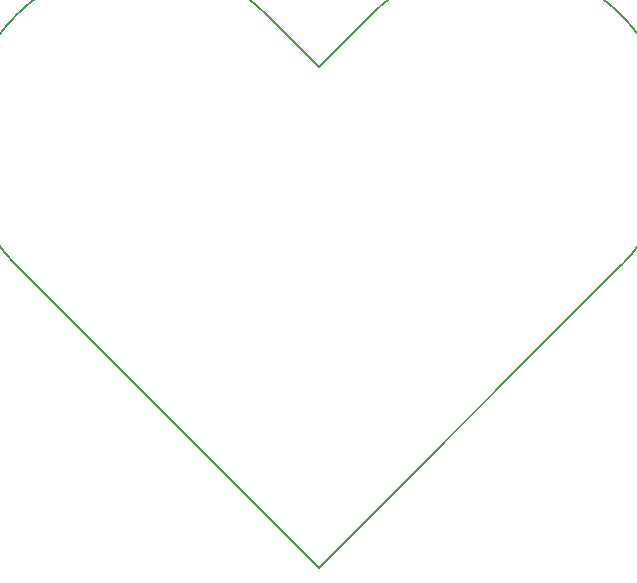
<source format=gm1>
%TF.GenerationSoftware,KiCad,Pcbnew,9.0.6*%
%TF.CreationDate,2025-12-23T16:05:41-08:00*%
%TF.ProjectId,LED Chaser,4c454420-4368-4617-9365-722e6b696361,rev?*%
%TF.SameCoordinates,Original*%
%TF.FileFunction,Profile,NP*%
%FSLAX46Y46*%
G04 Gerber Fmt 4.6, Leading zero omitted, Abs format (unit mm)*
G04 Created by KiCad (PCBNEW 9.0.6) date 2025-12-23 16:05:41*
%MOMM*%
%LPD*%
G01*
G04 APERTURE LIST*
%TA.AperFunction,Profile*%
%ADD10C,0.200000*%
%TD*%
G04 APERTURE END LIST*
D10*
X150000001Y-49393398D02*
X145606602Y-44999999D01*
X154393397Y-45000002D02*
X150000001Y-49393398D01*
X175606601Y-66213205D02*
X150000001Y-91819805D01*
X124393399Y-66213203D02*
G75*
G02*
X145606603Y-44999999I10606601J10606603D01*
G01*
X150000001Y-91819805D02*
X124393399Y-66213203D01*
X154393397Y-45000002D02*
G75*
G02*
X175606599Y-66213202I10606603J-10606598D01*
G01*
M02*

</source>
